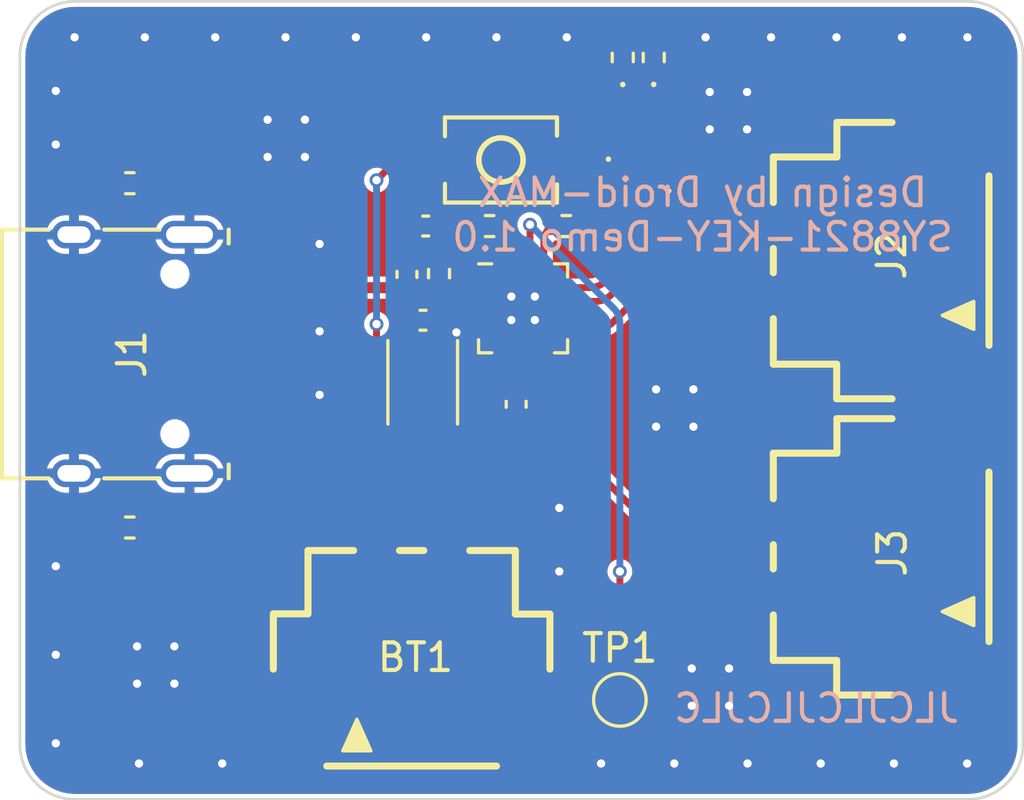
<source format=kicad_pcb>
(kicad_pcb (version 20221018) (generator pcbnew)
  (title_block (title "SY8821-KEY-Demo") (date "2023-11-24") (rev "1.0") (company "CyberTek Inc."))
  (layers (0 "F.Cu" signal) (31 "B.Cu" signal) (34 "B.Paste" user) (35 "F.Paste" user) (36 "B.SilkS" user "B.Silkscreen") (37 "F.SilkS" user "F.Silkscreen") (38 "B.Mask" user) (39 "F.Mask" user) (44 "Edge.Cuts" user))
  (net 0 "")
  (net 1 "Net-(BT1-+)")
  (net 2 "GND")
  (net 3 "Net-(C1-Pad1)")
  (net 4 "VCC")
  (net 5 "Net-(U1-VSYS)")
  (net 6 "Net-(D1-K)")
  (net 7 "Net-(D1-A)")
  (net 8 "Net-(D3-K)")
  (net 9 "Net-(D4-K)")
  (net 10 "Net-(U1-LX)")
  (net 11 "Net-(U1-ICH)")
  (net 12 "Net-(U1-KEY)")
  (net 17 "Net-(J1-CC1)")
  (net 21 "Net-(J1-CC2)")
  (net 25 "Net-(U1-NTC)")
  (net 26 "Net-(J3-Pin_2)")
  (net 27 "Net-(J2-Pin_2)")
  (footprint "Resistor_SMD:R_0402_1005Metric" (layer "F.Cu") (at 180.99 94.15)
    (fp_text reference "R4" hide)
    (fp_text value "2K" hide)
    (fp_line (start -0.153641 -0.38) (end 0.153641 -0.38) (stroke (width 0.12)) (layer "F.SilkS"))
    (fp_line (start -0.153641 0.38) (end 0.153641 0.38) (stroke (width 0.12)) (layer "F.SilkS"))
    (pad "1" smd roundrect (at -0.51 0) (size 0.54 0.64) (layers "F.Cu" "F.Paste" "F.Mask") (net 2 "GND"))
    (pad "2" smd roundrect (at 0.51 0) (size 0.54 0.64) (layers "F.Cu" "F.Paste" "F.Mask") (net 11 "Net-(U1-ICH)"))
  )
  (footprint "TestPoint:TestPoint_Pad_D1.5mm" (layer "F.Cu") (at 185.7 111.3)
    (fp_text reference "TP1" (at 0 -1.875) (layer "F.SilkS"))
    (fp_text value "NTC" hide)
    (fp_circle (center 0 0) (end 0 0.95) (stroke (width 0.12)) (fill none) (layer "F.SilkS"))
    (pad "1" smd circle (at 0 0) (size 1.5 1.5) (layers "F.Cu" "F.Mask") (net 25 "Net-(U1-NTC)"))
  )
  (footprint "Extra_Libs:SW-SMD_L3.9-W2.9-LS4.8" (layer "F.Cu") (at 181.4 91.76 180)
    (fp_text reference "SW1" hide)
    (fp_text value "SW_Push" hide)
    (fp_line (start -2.026 -1.541) (end -2.026 -0.883) (stroke (width 0.152)) (layer "F.SilkS"))
    (fp_line (start -2.026 1.541) (end -2.026 0.883) (stroke (width 0.152)) (layer "F.SilkS"))
    (fp_line (start 2.026 -1.541) (end -2.026 -1.541) (stroke (width 0.152)) (layer "F.SilkS"))
    (fp_line (start 2.026 -0.859) (end 2.026 -1.541) (stroke (width 0.15)) (layer "F.SilkS"))
    (fp_line (start 2.026 1.541) (end -2.026 1.541) (stroke (width 0.152)) (layer "F.SilkS"))
    (fp_line (start 2.026 1.541) (end 2.026 0.859) (stroke (width 0.15)) (layer "F.SilkS"))
    (fp_circle (center 0 0) (end 0.8 0) (stroke (width 0.2)) (fill none) (layer "F.SilkS"))
    (pad "1" smd rect (at -2.3 0 180) (size 1.23 1.5) (layers "F.Cu" "F.Paste" "F.Mask") (net 12 "Net-(U1-KEY)"))
    (pad "2" smd rect (at 2.3 0 180) (size 1.23 1.5) (layers "F.Cu" "F.Paste" "F.Mask") (net 1 "Net-(BT1-+)"))
  )
  (footprint "Extra_Libs:CONN-SMD_2.54-2PWT" (layer "F.Cu") (at 178.17 108.565)
    (fp_text reference "BT1" (at -1.32 1.195) (layer "F.SilkS") (effects (justify left)))
    (fp_text value "Battery_Cell" hide)
    (fp_line (start -5.001 -0.382) (end -5.001 1.619) (stroke (width 0.254)) (layer "F.SilkS"))
    (fp_line (start -3.749 -2.673) (end -3.749 -0.382) (stroke (width 0.254)) (layer "F.SilkS"))
    (fp_line (start -3.749 -0.382) (end -5.001 -0.382) (stroke (width 0.254)) (layer "F.SilkS"))
    (fp_line (start -3.069 5.127) (end 3.069 5.127) (stroke (width 0.254)) (layer "F.SilkS"))
    (fp_line (start -2.101 -2.673) (end -3.749 -2.673) (stroke (width 0.254)) (layer "F.SilkS"))
    (fp_line (start 0.439 -2.673) (end -0.439 -2.673) (stroke (width 0.254)) (layer "F.SilkS"))
    (fp_line (start 3.75 -2.673) (end 2.101 -2.673) (stroke (width 0.254)) (layer "F.SilkS"))
    (fp_line (start 3.75 -0.373) (end 3.75 -2.673) (stroke (width 0.254)) (layer "F.SilkS"))
    (fp_line (start 5 -0.373) (end 3.75 -0.373) (stroke (width 0.254)) (layer "F.SilkS"))
    (fp_line (start 5 -0.373) (end 5 1.619) (stroke (width 0.254)) (layer "F.SilkS"))
    (fp_poly (pts (xy -2.49 4.577) (xy -1.601 4.577) (xy -1.474 4.577) (xy -1.982 3.434)) (stroke (width 0.12)) (fill solid) (layer "F.SilkS"))
    (pad "1" smd rect (at -1.27 -3.577) (size 1.2 4) (layers "F.Cu" "F.Paste" "F.Mask") (net 1 "Net-(BT1-+)"))
    (pad "2" smd rect (at 1.27 -3.577) (size 1.2 4) (layers "F.Cu" "F.Paste" "F.Mask") (net 2 "GND"))
    (pad "3" smd rect (at 4.1 3.577) (size 1.6 3.5) (layers "F.Cu" "F.Paste" "F.Mask") (net 2 "GND"))
    (pad "4" smd rect (at -4.1 3.577) (size 1.6 3.5) (layers "F.Cu" "F.Paste" "F.Mask") (net 2 "GND"))
  )
  (footprint "Extra_Libs:CONN-SMD_2.54-2PWT" (layer "F.Cu") (at 193.923 95.4 90)
    (fp_text reference "J2" (at -0.78 1.607 90) (layer "F.SilkS") (effects (justify left)))
    (fp_text value "Conn_01x02_Pin" hide)
    (fp_line (start -5.001 -0.382) (end -5.001 1.619) (stroke (width 0.254)) (layer "F.SilkS"))
    (fp_line (start -3.749 -2.673) (end -3.749 -0.382) (stroke (width 0.254)) (layer "F.SilkS"))
    (fp_line (start -3.749 -0.382) (end -5.001 -0.382) (stroke (width 0.254)) (layer "F.SilkS"))
    (fp_line (start -3.069 5.127) (end 3.069 5.127) (stroke (width 0.254)) (layer "F.SilkS"))
    (fp_line (start -2.101 -2.673) (end -3.749 -2.673) (stroke (width 0.254)) (layer "F.SilkS"))
    (fp_line (start 0.439 -2.673) (end -0.439 -2.673) (stroke (width 0.254)) (layer "F.SilkS"))
    (fp_line (start 3.75 -2.673) (end 2.101 -2.673) (stroke (width 0.254)) (layer "F.SilkS"))
    (fp_line (start 3.75 -0.373) (end 3.75 -2.673) (stroke (width 0.254)) (layer "F.SilkS"))
    (fp_line (start 5 -0.373) (end 3.75 -0.373) (stroke (width 0.254)) (layer "F.SilkS"))
    (fp_line (start 5 -0.373) (end 5 1.619) (stroke (width 0.254)) (layer "F.SilkS"))
    (fp_poly (pts (xy -2.49 4.577) (xy -1.601 4.577) (xy -1.474 4.577) (xy -1.982 3.434)) (stroke (width 0.12)) (fill solid) (layer "F.SilkS"))
    (pad "1" smd rect (at -1.27 -3.577 90) (size 1.2 4) (layers "F.Cu" "F.Paste" "F.Mask") (net 2 "GND"))
    (pad "2" smd rect (at 1.27 -3.577 90) (size 1.2 4) (layers "F.Cu" "F.Paste" "F.Mask") (net 27 "Net-(J2-Pin_2)"))
    (pad "3" smd rect (at 4.1 3.577 90) (size 1.6 3.5) (layers "F.Cu" "F.Paste" "F.Mask") (net 2 "GND"))
    (pad "4" smd rect (at -4.1 3.577 90) (size 1.6 3.5) (layers "F.Cu" "F.Paste" "F.Mask") (net 2 "GND"))
  )
  (footprint "Inductor_SMD:L_Sunlord_SWPA252012S" (layer "F.Cu") (at 178.57 99.805 -90)
    (fp_text reference "L1" hide)
    (fp_text value "2.2uH" hide)
    (fp_line (start -1.51 -1.26) (end 1.51 -1.26) (stroke (width 0.12)) (layer "F.SilkS"))
    (fp_line (start -1.51 1.26) (end 1.51 1.26) (stroke (width 0.12)) (layer "F.SilkS"))
    (pad "1" smd rect (at -0.825 0 270) (size 0.85 2) (layers "F.Cu" "F.Paste" "F.Mask") (net 1 "Net-(BT1-+)"))
    (pad "2" smd rect (at 0.825 0 270) (size 0.85 2) (layers "F.Cu" "F.Paste" "F.Mask") (net 10 "Net-(U1-LX)"))
  )
  (footprint "LED_SMD:LED_0402_1005Metric" (layer "F.Cu") (at 186.375 92.88 180)
    (fp_text reference "D2" hide)
    (fp_text value "~" hide)
    (fp_circle (center -1.09 0) (end -1.04 0) (stroke (width 0.1)) (fill none) (layer "F.SilkS"))
    (pad "1" smd roundrect (at -0.485 0 180) (size 0.59 0.64) (layers "F.Cu" "F.Paste" "F.Mask") (net 7 "Net-(D1-A)"))
    (pad "2" smd roundrect (at 0.485 0 180) (size 0.59 0.64) (layers "F.Cu" "F.Paste" "F.Mask") (net 6 "Net-(D1-K)"))
  )
  (footprint "Resistor_SMD:R_0402_1005Metric" (layer "F.Cu") (at 179.16 95.87 90)
    (fp_text reference "R3" hide)
    (fp_text value "1Ω" hide)
    (fp_line (start -0.153641 -0.38) (end 0.153641 -0.38) (stroke (width 0.12)) (layer "F.SilkS"))
    (fp_line (start -0.153641 0.38) (end 0.153641 0.38) (stroke (width 0.12)) (layer "F.SilkS"))
    (pad "1" smd roundrect (at -0.51 0 90) (size 0.54 0.64) (layers "F.Cu" "F.Paste" "F.Mask") (net 4 "VCC"))
    (pad "2" smd roundrect (at 0.51 0 90) (size 0.54 0.64) (layers "F.Cu" "F.Paste" "F.Mask") (net 3 "Net-(C1-Pad1)"))
  )
  (footprint "LED_SMD:LED_0402_1005Metric" (layer "F.Cu") (at 185.805 90.12 -90)
    (fp_text reference "D4" hide)
    (fp_text value "~" hide)
    (fp_circle (center -1.09 0) (end -1.04 0) (stroke (width 0.1)) (fill none) (layer "F.SilkS"))
    (pad "1" smd roundrect (at -0.485 0 270) (size 0.59 0.64) (layers "F.Cu" "F.Paste" "F.Mask") (net 9 "Net-(D4-K)"))
    (pad "2" smd roundrect (at 0.485 0 270) (size 0.59 0.64) (layers "F.Cu" "F.Paste" "F.Mask") (net 6 "Net-(D1-K)"))
  )
  (footprint "LED_SMD:LED_0402_1005Metric" (layer "F.Cu") (at 186.925 90.115 -90)
    (fp_text reference "D3" hide)
    (fp_text value "~" hide)
    (fp_circle (center -1.09 0) (end -1.04 0) (stroke (width 0.1)) (fill none) (layer "F.SilkS"))
    (pad "1" smd roundrect (at -0.485 0 270) (size 0.59 0.64) (layers "F.Cu" "F.Paste" "F.Mask") (net 8 "Net-(D3-K)"))
    (pad "2" smd roundrect (at 0.485 0 270) (size 0.59 0.64) (layers "F.Cu" "F.Paste" "F.Mask") (net 7 "Net-(D1-A)"))
  )
  (footprint "Package_DFN_QFN:LQFN-16-1EP_3x3mm_P0.5mm_EP1.7x1.7mm" (layer "F.Cu") (at 182.2 97.1275)
    (fp_text reference "U1" hide)
    (fp_text value "SY8821" hide)
    (fp_line (start -1.61 1.61) (end -1.61 1.135) (stroke (width 0.12)) (layer "F.SilkS"))
    (fp_line (start -1.135 -1.61) (end -1.61 -1.61) (stroke (width 0.12)) (layer "F.SilkS"))
    (fp_line (start -1.135 1.61) (end -1.61 1.61) (stroke (width 0.12)) (layer "F.SilkS"))
    (fp_line (start 1.135 -1.61) (end 1.61 -1.61) (stroke (width 0.12)) (layer "F.SilkS"))
    (fp_line (start 1.135 1.61) (end 1.61 1.61) (stroke (width 0.12)) (layer "F.SilkS"))
    (fp_line (start 1.61 -1.61) (end 1.61 -1.135) (stroke (width 0.12)) (layer "F.SilkS"))
    (fp_line (start 1.61 1.61) (end 1.61 1.135) (stroke (width 0.12)) (layer "F.SilkS"))
    (pad "1" smd roundrect (at -1.4625 -0.75) (size 0.825 0.25) (layers "F.Cu" "F.Paste" "F.Mask") (net 4 "VCC"))
    (pad "2" smd roundrect (at -1.4625 -0.25) (size 0.825 0.25) (layers "F.Cu" "F.Paste" "F.Mask") (net 1 "Net-(BT1-+)"))
    (pad "3" smd roundrect (at -1.4625 0.25) (size 0.825 0.25) (layers "F.Cu" "F.Paste" "F.Mask"))
    (pad "4" smd roundrect (at -1.4625 0.75) (size 0.825 0.25) (layers "F.Cu" "F.Paste" "F.Mask") (net 2 "GND"))
    (pad "5" smd roundrect (at -0.75 1.4625) (size 0.25 0.825) (layers "F.Cu" "F.Paste" "F.Mask") (net 10 "Net-(U1-LX)"))
    (pad "6" smd roundrect (at -0.25 1.4625) (size 0.25 0.825) (layers "F.Cu" "F.Paste" "F.Mask") (net 5 "Net-(U1-VSYS)"))
    (pad "7" smd roundrect (at 0.25 1.4625) (size 0.25 0.825) (layers "F.Cu" "F.Paste" "F.Mask"))
    (pad "8" smd roundrect (at 0.75 1.4625) (size 0.25 0.825) (layers "F.Cu" "F.Paste" "F.Mask") (net 26 "Net-(J3-Pin_2)"))
    (pad "9" smd roundrect (at 1.4625 0.75) (size 0.825 0.25) (layers "F.Cu" "F.Paste" "F.Mask") (net 27 "Net-(J2-Pin_2)"))
    (pad "10" smd roundrect (at 1.4625 0.25) (size 0.825 0.25) (layers "F.Cu" "F.Paste" "F.Mask"))
    (pad "11" smd roundrect (at 1.4625 -0.25) (size 0.825 0.25) (layers "F.Cu" "F.Paste" "F.Mask") (net 7 "Net-(D1-A)"))
    (pad "12" smd roundrect (at 1.4625 -0.75) (size 0.825 0.25) (layers "F.Cu" "F.Paste" "F.Mask") (net 6 "Net-(D1-K)"))
    (pad "13" smd roundrect (at 0.75 -1.4625) (size 0.25 0.825) (layers "F.Cu" "F.Paste" "F.Mask") (net 12 "Net-(U1-KEY)"))
    (pad "14" smd roundrect (at 0.25 -1.4625) (size 0.25 0.825) (layers "F.Cu" "F.Paste" "F.Mask") (net 25 "Net-(U1-NTC)"))
    (pad "15" smd roundrect (at -0.25 -1.4625) (size 0.25 0.825) (layers "F.Cu" "F.Paste" "F.Mask") (net 11 "Net-(U1-ICH)"))
    (pad "16" smd roundrect (at -0.75 -1.4625) (size 0.25 0.825) (layers "F.Cu" "F.Paste" "F.Mask"))
    (pad "17" smd rect (at 0 0) (size 1.7 1.7) (layers "F.Cu" "F.Mask") (net 2 "GND"))
  )
  (footprint "Capacitor_SMD:C_0402_1005Metric" (layer "F.Cu") (at 178 95.9 90)
    (fp_text reference "C2" hide)
    (fp_text value "1uF" hide)
    (fp_line (start -0.107836 -0.36) (end 0.107836 -0.36) (stroke (width 0.12)) (layer "F.SilkS"))
    (fp_line (start -0.107836 0.36) (end 0.107836 0.36) (stroke (width 0.12)) (layer "F.SilkS"))
    (pad "1" smd roundrect (at -0.48 0 90) (size 0.56 0.62) (layers "F.Cu" "F.Paste" "F.Mask") (net 4 "VCC"))
    (pad "2" smd roundrect (at 0.48 0 90) (size 0.56 0.62) (layers "F.Cu" "F.Paste" "F.Mask") (net 2 "GND"))
  )
  (footprint "Resistor_SMD:R_0402_1005Metric" (layer "F.Cu") (at 183.76 94.15)
    (fp_text reference "R5" hide)
    (fp_text value "10K" hide)
    (fp_line (start -0.153641 -0.38) (end 0.153641 -0.38) (stroke (width 0.12)) (layer "F.SilkS"))
    (fp_line (start -0.153641 0.38) (end 0.153641 0.38) (stroke (width 0.12)) (layer "F.SilkS"))
    (pad "1" smd roundrect (at -0.51 0) (size 0.54 0.64) (layers "F.Cu" "F.Paste" "F.Mask") (net 12 "Net-(U1-KEY)"))
    (pad "2" smd roundrect (at 0.51 0) (size 0.54 0.64) (layers "F.Cu" "F.Paste" "F.Mask") (net 2 "GND"))
  )
  (footprint "Capacitor_SMD:C_0402_1005Metric" (layer "F.Cu") (at 178.68 94.15 180)
    (fp_text reference "C1" hide)
    (fp_text value "1uF" hide)
    (fp_line (start -0.107836 -0.36) (end 0.107836 -0.36) (stroke (width 0.12)) (layer "F.SilkS"))
    (fp_line (start -0.107836 0.36) (end 0.107836 0.36) (stroke (width 0.12)) (layer "F.SilkS"))
    (pad "1" smd roundrect (at -0.48 0 180) (size 0.56 0.62) (layers "F.Cu" "F.Paste" "F.Mask") (net 3 "Net-(C1-Pad1)"))
    (pad "2" smd roundrect (at 0.48 0 180) (size 0.56 0.62) (layers "F.Cu" "F.Paste" "F.Mask") (net 2 "GND"))
  )
  (footprint "Resistor_SMD:R_0402_1005Metric" (layer "F.Cu") (at 167.978 105.06 180)
    (fp_text reference "R2" hide)
    (fp_text value "5.1K" hide)
    (fp_line (start -0.153641 -0.38) (end 0.153641 -0.38) (stroke (width 0.12)) (layer "F.SilkS"))
    (fp_line (start -0.153641 0.38) (end 0.153641 0.38) (stroke (width 0.12)) (layer "F.SilkS"))
    (pad "1" smd roundrect (at -0.51 0 180) (size 0.54 0.64) (layers "F.Cu" "F.Paste" "F.Mask") (net 21 "Net-(J1-CC2)"))
    (pad "2" smd roundrect (at 0.51 0 180) (size 0.54 0.64) (layers "F.Cu" "F.Paste" "F.Mask") (net 2 "GND"))
  )
  (footprint "Capacitor_SMD:C_0402_1005Metric" (layer "F.Cu") (at 181.95 100.6 -90)
    (fp_text reference "C4" hide)
    (fp_text value "10uF" hide)
    (fp_line (start -0.107836 -0.36) (end 0.107836 -0.36) (stroke (width 0.12)) (layer "F.SilkS"))
    (fp_line (start -0.107836 0.36) (end 0.107836 0.36) (stroke (width 0.12)) (layer "F.SilkS"))
    (pad "1" smd roundrect (at -0.48 0 270) (size 0.56 0.62) (layers "F.Cu" "F.Paste" "F.Mask") (net 5 "Net-(U1-VSYS)"))
    (pad "2" smd roundrect (at 0.48 0 270) (size 0.56 0.62) (layers "F.Cu" "F.Paste" "F.Mask") (net 2 "GND"))
  )
  (footprint "LED_SMD:LED_0402_1005Metric" (layer "F.Cu") (at 186.375 91.73)
    (fp_text reference "D1" hide)
    (fp_text value "~" hide)
    (fp_circle (center -1.09 0) (end -1.04 0) (stroke (width 0.1)) (fill none) (layer "F.SilkS"))
    (pad "1" smd roundrect (at -0.485 0) (size 0.59 0.64) (layers "F.Cu" "F.Paste" "F.Mask") (net 6 "Net-(D1-K)"))
    (pad "2" smd roundrect (at 0.485 0) (size 0.59 0.64) (layers "F.Cu" "F.Paste" "F.Mask") (net 7 "Net-(D1-A)"))
  )
  (footprint "Resistor_SMD:R_0402_1005Metric" (layer "F.Cu") (at 167.978 92.6 180)
    (fp_text reference "R1" hide)
    (fp_text value "5.1K" hide)
    (fp_line (start -0.153641 -0.38) (end 0.153641 -0.38) (stroke (width 0.12)) (layer "F.SilkS"))
    (fp_line (start -0.153641 0.38) (end 0.153641 0.38) (stroke (width 0.12)) (layer "F.SilkS"))
    (pad "1" smd roundrect (at -0.51 0 180) (size 0.54 0.64) (layers "F.Cu" "F.Paste" "F.Mask") (net 17 "Net-(J1-CC1)"))
    (pad "2" smd roundrect (at 0.51 0 180) (size 0.54 0.64) (layers "F.Cu" "F.Paste" "F.Mask") (net 2 "GND"))
  )
  (footprint "Capacitor_SMD:C_0402_1005Metric" (layer "F.Cu") (at 178.58 97.56 180)
    (fp_text reference "C3" hide)
    (fp_text value "10uF" hide)
    (fp_line (start -0.107836 -0.36) (end 0.107836 -0.36) (stroke (width 0.12)) (layer "F.SilkS"))
    (fp_line (start -0.107836 0.36) (end 0.107836 0.36) (stroke (width 0.12)) (layer "F.SilkS"))
    (pad "1" smd roundrect (at -0.48 0 180) (size 0.56 0.62) (layers "F.Cu" "F.Paste" "F.Mask") (net 1 "Net-(BT1-+)"))
    (pad "2" smd roundrect (at 0.48 0 180) (size 0.56 0.62) (layers "F.Cu" "F.Paste" "F.Mask") (net 2 "GND"))
  )
  (footprint "Extra_Libs:USB-C_16Pin" (layer "F.Cu") (at 171.0525 98.78 -90)
    (fp_text reference "J1" (at 0 3.0025 -90) (layer "F.SilkS"))
    (fp_text value "USB_C_Receptacle_USB2.0" hide)
    (fp_line (start -4.5 -0.5) (end -4 -0.5) (stroke (width 0.15)) (layer "F.SilkS"))
    (fp_line (start -4.5 2) (end -4.5 4) (stroke (width 0.15)) (layer "F.SilkS"))
    (fp_line (start -4.5 7.695) (end -4.5 6) (stroke (width 0.15)) (layer "F.SilkS"))
    (fp_line (start 4 -0.5) (end 4.5 -0.5) (stroke (width 0.15)) (layer "F.SilkS"))
    (fp_line (start 4.5 4) (end 4.5 2) (stroke (width 0.15)) (layer "F.SilkS"))
    (fp_line (start 4.5 6) (end 4.5 7.695) (stroke (width 0.15)) (layer "F.SilkS"))
    (fp_line (start 4.5 7.695) (end -4.5 7.695) (stroke (width 0.15)) (layer "F.SilkS"))
    (pad "" np_thru_hole circle (at -2.89 1.445 270) (size 0.65 0.65) (drill 0.65) (layers "*.Cu" "*.Mask"))
    (pad "" np_thru_hole circle (at 2.89 1.445 270) (size 0.65 0.65) (drill 0.65) (layers "*.Cu" "*.Mask"))
    (pad "A1" smd rect (at -3.2 0 270) (size 0.6 1.45) (layers "F.Cu" "F.Paste" "F.Mask") (net 2 "GND"))
    (pad "A4" smd rect (at -2.4 0 270) (size 0.6 1.45) (layers "F.Cu" "F.Paste" "F.Mask") (net 4 "VCC"))
    (pad "A5" smd rect (at -1.25 0 270) (size 0.3 1.45) (layers "F.Cu" "F.Paste" "F.Mask") (net 17 "Net-(J1-CC1)"))
    (pad "A6" smd rect (at -0.25 0 270) (size 0.3 1.45) (layers "F.Cu" "F.Paste" "F.Mask"))
    (pad "A7" smd rect (at 0.25 0 270) (size 0.3 1.45) (layers "F.Cu" "F.Paste" "F.Mask"))
    (pad "A8" smd rect (at 1.25 0 270) (size 0.3 1.45) (layers "F.Cu" "F.Paste" "F.Mask"))
    (pad "B1" smd rect (at 3.2 0 270) (size 0.6 1.45) (layers "F.Cu" "F.Paste" "F.Mask") (net 2 "GND"))
    (pad "B4" smd rect (at 2.4 0 270) (size 0.6 1.45) (layers "F.Cu" "F.Paste" "F.Mask") (net 4 "VCC"))
    (pad "B5" smd rect (at 1.75 0 270) (size 0.3 1.45) (layers "F.Cu" "F.Paste" "F.Mask") (net 21 "Net-(J1-CC2)"))
    (pad "B6" smd rect (at 0.75 0 270) (size 0.3 1.45) (layers "F.Cu" "F.Paste" "F.Mask"))
    (pad "B7" smd rect (at -0.75 0 270) (size 0.3 1.45) (layers "F.Cu" "F.Paste" "F.Mask"))
    (pad "B8" smd rect (at -1.75 0 270) (size 0.3 1.45) (layers "F.Cu" "F.Paste" "F.Mask"))
    (pad "S1" thru_hole oval (at -4.32 0.915 270) (size 1 2.1) (drill oval 0.6 1.7) (layers "*.Cu" "*.Mask") (net 2 "GND"))
    (pad "S1" thru_hole oval (at -4.32 5.095 270) (size 1 1.6) (drill oval 0.6 1.2) (layers "*.Cu" "*.Mask") (net 2 "GND"))
    (pad "S1" thru_hole oval (at 4.32 0.915 270) (size 1 2.1) (drill oval 0.6 1.7) (layers "*.Cu" "*.Mask") (net 2 "GND"))
    (pad "S1" thru_hole oval (at 4.32 5.095 270) (size 1 1.6) (drill oval 0.6 1.2) (layers "*.Cu" "*.Mask") (net 2 "GND"))
  )
  (footprint "Resistor_SMD:R_0402_1005Metric" (layer "F.Cu") (at 185.805 88.05 90)
    (fp_text reference "R7" hide)
    (fp_text value "100Ω" hide)
    (fp_line (start -0.153641 -0.38) (end 0.153641 -0.38) (stroke (width 0.12)) (layer "F.SilkS"))
    (fp_line (start -0.153641 0.38) (end 0.153641 0.38) (stroke (width 0.12)) (layer "F.SilkS"))
    (pad "1" smd roundrect (at -0.51 0 90) (size 0.54 0.64) (layers "F.Cu" "F.Paste" "F.Mask") (net 9 "Net-(D4-K)"))
    (pad "2" smd roundrect (at 0.51 0 90) (size 0.54 0.64) (layers "F.Cu" "F.Paste" "F.Mask") (net 2 "GND"))
  )
  (footprint "Resistor_SMD:R_0402_1005Metric" (layer "F.Cu") (at 186.925 88.05 90)
    (fp_text reference "R6" hide)
    (fp_text value "100Ω" hide)
    (fp_line (start -0.153641 -0.38) (end 0.153641 -0.38) (stroke (width 0.12)) (layer "F.SilkS"))
    (fp_line (start -0.153641 0.38) (end 0.153641 0.38) (stroke (width 0.12)) (layer "F.SilkS"))
    (pad "1" smd roundrect (at -0.51 0 90) (size 0.54 0.64) (layers "F.Cu" "F.Paste" "F.Mask") (net 8 "Net-(D3-K)"))
    (pad "2" smd roundrect (at 0.51 0 90) (size 0.54 0.64) (layers "F.Cu" "F.Paste" "F.Mask") (net 2 "GND"))
  )
  (footprint "Extra_Libs:CONN-SMD_2.54-2PWT" (layer "F.Cu") (at 193.923 106.12 90)
    (fp_text reference "J3" (at -0.81 1.627 90) (layer "F.SilkS") (effects (justify left)))
    (fp_text value "Conn_01x02_Pin" hide)
    (fp_line (start -5.001 -0.382) (end -5.001 1.619) (stroke (width 0.254)) (layer "F.SilkS"))
    (fp_line (start -3.749 -2.673) (end -3.749 -0.382) (stroke (width 0.254)) (layer "F.SilkS"))
    (fp_line (start -3.749 -0.382) (end -5.001 -0.382) (stroke (width 0.254)) (layer "F.SilkS"))
    (fp_line (start -3.069 5.127) (end 3.069 5.127) (stroke (width 0.254)) (layer "F.SilkS"))
    (fp_line (start -2.101 -2.673) (end -3.749 -2.673) (stroke (width 0.254)) (layer "F.SilkS"))
    (fp_line (start 0.439 -2.673) (end -0.439 -2.673) (stroke (width 0.254)) (layer "F.SilkS"))
    (fp_line (start 3.75 -2.673) (end 2.101 -2.673) (stroke (width 0.254)) (layer "F.SilkS"))
    (fp_line (start 3.75 -0.373) (end 3.75 -2.673) (stroke (width 0.254)) (layer "F.SilkS"))
    (fp_line (start 5 -0.373) (end 3.75 -0.373) (stroke (width 0.254)) (layer "F.SilkS"))
    (fp_line (start 5 -0.373) (end 5 1.619) (stroke (width 0.254)) (layer "F.SilkS"))
    (fp_poly (pts (xy -2.49 4.577) (xy -1.601 4.577) (xy -1.474 4.577) (xy -1.982 3.434)) (stroke (width 0.12)) (fill solid) (layer "F.SilkS"))
    (pad "1" smd rect (at -1.27 -3.577 90) (size 1.2 4) (layers "F.Cu" "F.Paste" "F.Mask") (net 2 "GND"))
    (pad "2" smd rect (at 1.27 -3.577 90) (size 1.2 4) (layers "F.Cu" "F.Paste" "F.Mask") (net 26 "Net-(J3-Pin_2)"))
    (pad "3" smd rect (at 4.1 3.577 90) (size 1.6 3.5) (layers "F.Cu" "F.Paste" "F.Mask") (net 2 "GND"))
    (pad "4" smd rect (at -4.1 3.577 90) (size 1.6 3.5) (layers "F.Cu" "F.Paste" "F.Mask") (net 2 "GND"))
  )
  (gr_line (start 166 86.02) (end 198.28 86.02) (stroke (width 0.1)) (layer "Edge.Cuts"))
  (gr_arc (start 198.28 86.02) (mid 199.694214 86.605786) (end 200.28 88.02) (stroke (width 0.1)) (layer "Edge.Cuts"))
  (gr_line (start 200.28 88.02) (end 200.28 112.9) (stroke (width 0.1)) (layer "Edge.Cuts"))
  (gr_arc (start 166 114.9) (mid 164.585786 114.314214) (end 164 112.9) (stroke (width 0.1)) (layer "Edge.Cuts"))
  (gr_line (start 198.28 114.9) (end 166 114.9) (stroke (width 0.1)) (layer "Edge.Cuts"))
  (gr_arc (start 164 88.02) (mid 164.585786 86.605786) (end 166 86.02) (stroke (width 0.1)) (layer "Edge.Cuts"))
  (gr_arc (start 200.28 112.9) (mid 199.694214 114.314214) (end 198.28 114.9) (stroke (width 0.1)) (layer "Edge.Cuts"))
  (gr_line (start 164 112.9) (end 164 88.02) (stroke (width 0.1)) (layer "Edge.Cuts"))
  (gr_text "JLCJLCJLCJLC" (at 192.81 111.6) (layer "B.SilkS") (effects (font (size 1 1)) (justify mirror)))
  (gr_text "Design by Droid-MAX\nSY8821-KEY-Demo 1.0" (at 188.69 93.74) (layer "B.SilkS") (effects (font (size 1 1)) (justify mirror)))
  (segment (start 176.9 97.7) (end 176.9 98.98) (width 0.25) (layer "F.Cu") (net 1))
  (segment (start 178.57 98.98) (end 176.9 98.98) (width 0.25) (layer "F.Cu") (net 1))
  (segment (start 180.7375 96.8775) (end 180.073871 96.8775) (width 0.25) (layer "F.Cu") (net 1))
  (segment (start 176.9 98.98) (end 176.9 104.988) (width 0.25) (layer "F.Cu") (net 1))
  (segment (start 179.06 99.06) (end 179.06 97.56) (width 0.25) (layer "F.Cu") (net 1))
  (segment (start 178.65 99.06) (end 179.06 99.06) (width 0.25) (layer "F.Cu") (net 1))
  (segment (start 179.508185 97.111815) (end 179.06 97.56) (width 0.25) (layer "F.Cu") (net 1))
  (segment (start 177.395685 91.994315) (end 176.9 92.49) (width 0.25) (layer "F.Cu") (net 1))
  (segment (start 178.57 98.98) (end 178.65 99.06) (width 0.25) (layer "F.Cu") (net 1))
  (segment (start 179.1 91.76) (end 177.961371 91.76) (width 0.25) (layer "F.Cu") (net 1))
  (via (at 176.9 92.49) (size 0.5) (drill 0.3) (layers "F.Cu" "B.Cu") (net 1))
  (via (at 176.9 97.7) (size 0.5) (drill 0.3) (layers "F.Cu" "B.Cu") (net 1))
  (arc (start 177.961371 91.76) (mid 177.655224 91.820897) (end 177.395685 91.994315) (width 0.25) (layer "F.Cu") (net 1))
  (arc (start 180.073871 96.8775) (mid 179.767724 96.938397) (end 179.508185 97.111815) (width 0.25) (layer "F.Cu") (net 1))
  (segment (start 176.9 92.49) (end 176.9 97.7) (width 0.25) (layer "B.Cu") (net 1))
  (via (at 172.96 90.3) (size 0.5) (drill 0.3) (layers "F.Cu" "B.Cu") (net 2))
  (via (at 190.3 90.65) (size 0.5) (drill 0.3) (layers "F.Cu" "B.Cu") (net 2))
  (via (at 181.775 96.7025) (size 0.5) (drill 0.3) (layers "F.Cu" "B.Cu") (net 2))
  (via (at 165.3 112.87) (size 0.5) (drill 0.3) (layers "F.Cu" "B.Cu") (net 2))
  (via (at 185.021429 113.6) (size 0.5) (drill 0.3) (layers "F.Cu" "B.Cu") (net 2))
  (via (at 187.01 100.06) (size 0.5) (drill 0.3) (layers "F.Cu" "B.Cu") (net 2))
  (via (at 169.59 109.36) (size 0.5) (drill 0.3) (layers "F.Cu" "B.Cu") (net 2))
  (via (at 172.96 91.65) (size 0.5) (drill 0.3) (layers "F.Cu" "B.Cu") (net 2))
  (via (at 182.625 96.7025) (size 0.5) (drill 0.3) (layers "F.Cu" "B.Cu") (net 2))
  (via (at 181.237142 87.32) (size 0.5) (drill 0.3) (layers "F.Cu" "B.Cu") (net 2))
  (via (at 188.36 100.06) (size 0.5) (drill 0.3) (layers "F.Cu" "B.Cu") (net 2))
  (via (at 192.964571 113.6) (size 0.5) (drill 0.3) (layers "F.Cu" "B.Cu") (net 2))
  (via (at 183.51 106.65) (size 0.5) (drill 0.3) (layers "F.Cu" "B.Cu") (net 2))
  (via (at 189.65 111.51) (size 0.5) (drill 0.3) (layers "F.Cu" "B.Cu") (net 2))
  (via (at 193.535 87.32) (size 0.5) (drill 0.3) (layers "F.Cu" "B.Cu") (net 2))
  (via (at 189.65 110.16) (size 0.5) (drill 0.3) (layers "F.Cu" "B.Cu") (net 2))
  (via (at 198.27 87.32) (size 0.5) (drill 0.3) (layers "F.Cu" "B.Cu") (net 2))
  (via (at 179.79 98) (size 0.5) (drill 0.3) (layers "F.Cu" "B.Cu") (net 2))
  (via (at 195.612285 113.6) (size 0.5) (drill 0.3) (layers "F.Cu" "B.Cu") (net 2))
  (via (at 168.3093 113.6) (size 0.5) (drill 0.3) (layers "F.Cu" "B.Cu") (net 2))
  (via (at 173.608571 87.32) (size 0.5) (drill 0.3) (layers "F.Cu" "B.Cu") (net 2))
  (via (at 169.59 110.71) (size 0.5) (drill 0.3) (layers "F.Cu" "B.Cu") (net 2))
  (via (at 188.36 101.41) (size 0.5) (drill 0.3) (layers "F.Cu" "B.Cu") (net 2))
  (via (at 171.3186 113.6) (size 0.5) (drill 0.3) (layers "F.Cu" "B.Cu") (net 2))
  (via (at 188.8 87.32) (size 0.5) (drill 0.3) (layers "F.Cu" "B.Cu") (net 2))
  (via (at 188.3 111.51) (size 0.5) (drill 0.3) (layers "F.Cu" "B.Cu") (net 2))
  (via (at 178.694285 87.32) (size 0.5) (drill 0.3) (layers "F.Cu" "B.Cu") (net 2))
  (via (at 168.24 109.36) (size 0.5) (drill 0.3) (layers "F.Cu" "B.Cu") (net 2))
  (via (at 188.95 89.3) (size 0.5) (drill 0.3) (layers "F.Cu" "B.Cu") (net 2))
  (via (at 165.3 89.26) (size 0.5) (drill 0.3) (layers "F.Cu" "B.Cu") (net 2))
  (via (at 187.01 101.41) (size 0.5) (drill 0.3) (layers "F.Cu" "B.Cu") (net 2))
  (via (at 198.26 113.6) (size 0.5) (drill 0.3) (layers "F.Cu" "B.Cu") (net 2))
  (via (at 182.625 97.5525) (size 0.5) (drill 0.3) (layers "F.Cu" "B.Cu") (net 2))
  (via (at 176.151428 87.32) (size 0.5) (drill 0.3) (layers "F.Cu" "B.Cu") (net 2))
  (via (at 183.78 87.32) (size 0.5) (drill 0.3) (layers "F.Cu" "B.Cu") (net 2))
  (via (at 188.95 90.65) (size 0.5) (drill 0.3) (layers "F.Cu" "B.Cu") (net 2))
  (via (at 190.3 89.3) (size 0.5) (drill 0.3) (layers "F.Cu" "B.Cu") (net 2))
  (via (at 187.669143 113.6) (size 0.5) (drill 0.3) (layers "F.Cu" "B.Cu") (net 2))
  (via (at 165.3 109.665) (size 0.5) (drill 0.3) (layers "F.Cu" "B.Cu") (net 2))
  (via (at 165.3 91.2) (size 0.5) (drill 0.3) (layers "F.Cu" "B.Cu") (net 2))
  (via (at 171.065714 87.32) (size 0.5) (drill 0.3) (layers "F.Cu" "B.Cu") (net 2))
  (via (at 174.31 91.65) (size 0.5) (drill 0.3) (layers "F.Cu" "B.Cu") (net 2))
  (via (at 183.51 104.35) (size 0.5) (drill 0.3) (layers "F.Cu" "B.Cu") (net 2))
  (via (at 188.3 110.16) (size 0.5) (drill 0.3) (layers "F.Cu" "B.Cu") (net 2))
  (via (at 165.3 106.46) (size 0.5) (drill 0.3) (layers "F.Cu" "B.Cu") (net 2))
  (via (at 195.9025 87.32) (size 0.5) (drill 0.3) (layers "F.Cu" "B.Cu") (net 2))
  (via (at 165.98 87.32) (size 0.5) (drill 0.3) (layers "F.Cu" "B.Cu") (net 2))
  (via (at 181.775 97.5525) (size 0.5) (drill 0.3) (layers "F.Cu" "B.Cu") (net 2))
  (via (at 174.84 97.96) (size 0.5) (drill 0.3) (layers "F.Cu" "B.Cu") (net 2))
  (via (at 174.84 100.26) (size 0.5) (drill 0.3) (layers "F.Cu" "B.Cu") (net 2))
  (via (at 168.24 110.71) (size 0.5) (drill 0.3) (layers "F.Cu" "B.Cu") (net 2))
  (via (at 191.1675 87.32) (size 0.5) (drill 0.3) (layers "F.Cu" "B.Cu") (net 2))
  (via (at 174.31 90.3) (size 0.5) (drill 0.3) (layers "F.Cu" "B.Cu") (net 2))
  (via (at 168.522857 87.32) (size 0.5) (drill 0.3) (layers "F.Cu" "B.Cu") (net 2))
  (via (at 190.316857 113.6) (size 0.5) (drill 0.3) (layers "F.Cu" "B.Cu") (net 2))
  (via (at 174.84 94.8) (size 0.5) (drill 0.3) (layers "F.Cu" "B.Cu") (net 2))
  (segment (start 179.16 94.17) (end 179.14 94.15) (width 0.3) (layer "F.Cu") (net 3))
  (segment (start 179.16 95.36) (end 179.16 94.17) (width 0.3) (layer "F.Cu") (net 3))
  (segment (start 172.59 100.560393) (end 172.59 96.38) (width 0.4) (layer "F.Cu") (net 4))
  (segment (start 172.323947 101.033553) (end 172.443554 100.913946) (width 0.4) (layer "F.Cu") (net 4))
  (segment (start 180.7375 96.3775) (end 179.1625 96.3775) (width 0.25) (layer "F.Cu") (net 4))
  (segment (start 178 96.38) (end 179.16 96.38) (width 0.4) (layer "F.Cu") (net 4))
  (segment (start 171.0525 96.38) (end 172.59 96.38) (width 0.4) (layer "F.Cu") (net 4))
  (segment (start 171.0525 101.18) (end 171.970393 101.18) (width 0.4) (layer "F.Cu") (net 4))
  (segment (start 179.1625 96.3775) (end 179.16 96.38) (width 0.25) (layer "F.Cu") (net 4))
  (segment (start 172.59 96.38) (end 178 96.38) (width 0.4) (layer "F.Cu") (net 4))
  (arc (start 172.443554 100.913946) (mid 172.55194 100.751734) (end 172.59 100.560393) (width 0.4) (layer "F.Cu") (net 4))
  (arc (start 172.323947 101.033553) (mid 172.161735 101.14194) (end 171.970393 101.18) (width 0.4) (layer "F.Cu") (net 4))
  (segment (start 181.95 98.59) (end 181.95 100.12) (width 0.25) (layer "F.Cu") (net 5))
  (segment (start 185.89 95.098629) (end 185.89 92.88) (width 0.25) (layer "F.Cu") (net 6))
  (segment (start 185.89 91.73) (end 185.89 90.69) (width 0.25) (layer "F.Cu") (net 6))
  (segment (start 185.89 90.69) (end 185.805 90.605) (width 0.25) (layer "F.Cu") (net 6))
  (segment (start 185.89 92.88) (end 185.89 91.73) (width 0.25) (layer "F.Cu") (net 6))
  (segment (start 183.6625 96.3775) (end 184.611129 96.3775) (width 0.25) (layer "F.Cu") (net 6))
  (segment (start 185.176815 96.143185) (end 185.655686 95.664314) (width 0.25) (layer "F.Cu") (net 6))
  (arc (start 185.89 95.098629) (mid 185.829104 95.404775) (end 185.655686 95.664314) (width 0.25) (layer "F.Cu") (net 6))
  (arc (start 185.176815 96.143185) (mid 184.917276 96.316604) (end 184.611129 96.3775) (width 0.25) (layer "F.Cu") (net 6))
  (segment (start 186.86 92.88) (end 186.86 91.73) (width 0.25) (layer "F.Cu") (net 7))
  (segment (start 186.86 91.73) (end 186.86 90.665) (width 0.25) (layer "F.Cu") (net 7))
  (segment (start 186.86 90.665) (end 186.925 90.6) (width 0.25) (layer "F.Cu") (net 7))
  (segment (start 185.376815 96.643185) (end 186.625686 95.394314) (width 0.25) (layer "F.Cu") (net 7))
  (segment (start 186.86 94.828629) (end 186.86 92.88) (width 0.25) (layer "F.Cu") (net 7))
  (segment (start 183.6625 96.8775) (end 184.811129 96.8775) (width 0.25) (layer "F.Cu") (net 7))
  (arc (start 186.625686 95.394314) (mid 186.799104 95.134775) (end 186.86 94.828629) (width 0.25) (layer "F.Cu") (net 7))
  (arc (start 184.811129 96.8775) (mid 185.117276 96.816603) (end 185.376815 96.643185) (width 0.25) (layer "F.Cu") (net 7))
  (segment (start 186.925 89.63) (end 186.925 88.56) (width 0.25) (layer "F.Cu") (net 8))
  (segment (start 185.805 89.635) (end 185.805 88.56) (width 0.25) (layer "F.Cu") (net 9))
  (segment (start 180.25 99.661371) (end 180.25 100.315736) (width 0.25) (layer "F.Cu") (net 10))
  (segment (start 180.755685 98.824315) (end 180.484314 99.095686) (width 0.25) (layer "F.Cu") (net 10))
  (segment (start 181.45 98.59) (end 181.321371 98.59) (width 0.25) (layer "F.Cu") (net 10))
  (segment (start 179.935736 100.63) (end 178.57 100.63) (width 0.25) (layer "F.Cu") (net 10))
  (segment (start 180.162132 100.527868) (end 180.147868 100.542132) (width 0.25) (layer "F.Cu") (net 10))
  (arc (start 180.755685 98.824315) (mid 181.015224 98.650896) (end 181.321371 98.59) (width 0.25) (layer "F.Cu") (net 10))
  (arc (start 180.147868 100.542132) (mid 180.050541 100.607164) (end 179.935736 100.63) (width 0.25) (layer "F.Cu") (net 10))
  (arc (start 180.25 100.315736) (mid 180.227164 100.430541) (end 180.162132 100.527868) (width 0.25) (layer "F.Cu") (net 10))
  (arc (start 180.25 99.661371) (mid 180.310896 99.355225) (end 180.484314 99.095686) (width 0.25) (layer "F.Cu") (net 10))
  (segment (start 181.95 95.665) (end 181.95 94.931371) (width 0.25) (layer "F.Cu") (net 11))
  (segment (start 181.715685 94.365685) (end 181.5 94.15) (width 0.25) (layer "F.Cu") (net 11))
  (arc (start 181.95 94.931371) (mid 181.889103 94.625224) (end 181.715685 94.365685) (width 0.25) (layer "F.Cu") (net 11))
  (segment (start 182.95 95.665) (end 182.95 94.657107) (width 0.25) (layer "F.Cu") (net 12))
  (segment (start 183.096447 94.303553) (end 183.25 94.15) (width 0.25) (layer "F.Cu") (net 12))
  (segment (start 183.7 93.492893) (end 183.7 91.76) (width 0.25) (layer "F.Cu") (net 12))
  (segment (start 183.25 94.15) (end 183.553554 93.846446) (width 0.25) (layer "F.Cu") (net 12))
  (arc (start 183.096447 94.303553) (mid 182.98806 94.465765) (end 182.95 94.657107) (width 0.25) (layer "F.Cu") (net 12))
  (arc (start 183.7 93.492893) (mid 183.66194 93.684234) (end 183.553554 93.846446) (width 0.25) (layer "F.Cu") (net 12))
  (segment (start 168.488 92.6) (end 168.488 95.659129) (width 0.3) (layer "F.Cu") (net 17))
  (segment (start 168.722315 96.224815) (end 169.881054 97.383554) (width 0.3) (layer "F.Cu") (net 17))
  (segment (start 170.234607 97.53) (end 171.0525 97.53) (width 0.3) (layer "F.Cu") (net 17))
  (arc (start 170.234607 97.53) (mid 170.043266 97.49194) (end 169.881054 97.383554) (width 0.3) (layer "F.Cu") (net 17))
  (arc (start 168.488 95.659129) (mid 168.548897 95.965276) (end 168.722315 96.224815) (width 0.3) (layer "F.Cu") (net 17))
  (segment (start 169.646459 100.676447) (end 168.722314 101.600592) (width 0.3) (layer "F.Cu") (net 21))
  (segment (start 168.488 102.166277) (end 168.488 105.06) (width 0.3) (layer "F.Cu") (net 21))
  (segment (start 171.0525 100.53) (end 170.000013 100.53) (width 0.3) (layer "F.Cu") (net 21))
  (arc (start 168.722314 101.600592) (mid 168.548896 101.860131) (end 168.488 102.166277) (width 0.3) (layer "F.Cu") (net 21))
  (arc (start 169.646459 100.676447) (mid 169.808671 100.56806) (end 170.000013 100.53) (width 0.3) (layer "F.Cu") (net 21))
  (segment (start 185.7 106.65) (end 185.7 111.3) (width 0.25) (layer "F.Cu") (net 25))
  (segment (start 182.45 95.665) (end 182.45 94.1) (width 0.25) (layer "F.Cu") (net 25))
  (via (at 185.7 106.65) (size 0.5) (drill 0.3) (layers "F.Cu" "B.Cu") (net 25))
  (via (at 182.45 94.1) (size 0.5) (drill 0.3) (layers "F.Cu" "B.Cu") (net 25))
  (segment (start 182.45 94.1) (end 185.465686 97.115686) (width 0.25) (layer "B.Cu") (net 25))
  (segment (start 185.7 97.681371) (end 185.7 106.65) (width 0.25) (layer "B.Cu") (net 25))
  (arc (start 185.465686 97.115686) (mid 185.639104 97.375225) (end 185.7 97.681371) (width 0.25) (layer "B.Cu") (net 25))
  (segment (start 182.95 98.59) (end 182.95 100.798629) (width 0.25) (layer "F.Cu") (net 26))
  (segment (start 187.001371 104.85) (end 190.346 104.85) (width 0.25) (layer "F.Cu") (net 26))
  (segment (start 183.184315 101.364315) (end 186.435686 104.615686) (width 0.25) (layer "F.Cu") (net 26))
  (arc (start 186.435686 104.615686) (mid 186.695225 104.789104) (end 187.001371 104.85) (width 0.25) (layer "F.Cu") (net 26))
  (arc (start 182.95 100.798629) (mid 183.010897 101.104776) (end 183.184315 101.364315) (width 0.25) (layer "F.Cu") (net 26))
  (segment (start 185.432815 97.643185) (end 188.946 94.13) (width 0.25) (layer "F.Cu") (net 27))
  (segment (start 183.6625 97.8775) (end 184.867129 97.8775) (width 0.25) (layer "F.Cu") (net 27))
  (segment (start 188.946 94.13) (end 190.346 94.13) (width 0.25) (layer "F.Cu") (net 27))
  (arc (start 185.432815 97.643185) (mid 185.173276 97.816604) (end 184.867129 97.8775) (width 0.25) (layer "F.Cu") (net 27))
  (zone (net 2) (net_name "GND") (layers "F&B.Cu") (connect_pads (clearance 0.2)) (min_thickness 0.2) (fill yes (thermal_gap 0.2) (thermal_bridge_width 0.35))
    (polygon (pts (xy 164 86.02) (xy 200.28 86.02) (xy 200.28 114.9) (xy 164 114.9)))
  )
)
</source>
